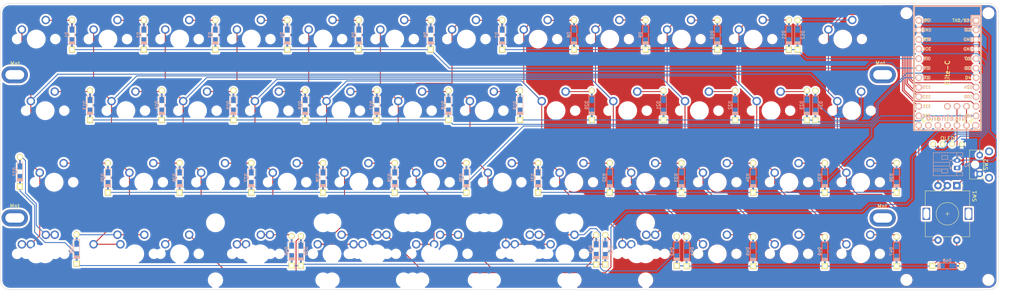
<source format=kicad_pcb>
(kicad_pcb (version 20210722) (generator pcbnew)
  (layers (0 "F.Cu" signal) (31 "B.Cu" signal) (34 "B.Paste" user) (35 "F.Paste" user) (36 "B.SilkS" user "B.Silkscreen") (37 "F.SilkS" user "F.Silkscreen") (38 "B.Mask" user) (39 "F.Mask" user) (44 "Edge.Cuts" user))
  (net 0 "")
  (net 1 "Net-(D1-Pad2)")
  (net 2 "row0")
  (net 3 "Net-(D2-Pad2)")
  (net 4 "Net-(D3-Pad2)")
  (net 5 "Net-(D4-Pad2)")
  (net 6 "Net-(D5-Pad2)")
  (net 7 "Net-(D6-Pad2)")
  (net 8 "Net-(D7-Pad2)")
  (net 9 "Net-(J2-Pad1)")
  (net 10 "Net-(D8-Pad2)")
  (net 11 "Net-(D9-Pad2)")
  (net 12 "Net-(D10-Pad2)")
  (net 13 "Net-(D11-Pad2)")
  (net 14 "Net-(D12-Pad2)")
  (net 15 "Net-(D13-Pad2)")
  (net 16 "row1")
  (net 17 "Net-(D14-Pad2)")
  (net 18 "Net-(D15-Pad2)")
  (net 19 "Net-(D16-Pad2)")
  (net 20 "Net-(D17-Pad2)")
  (net 21 "Net-(D18-Pad2)")
  (net 22 "Net-(D19-Pad2)")
  (net 23 "row5")
  (net 24 "Net-(D20-Pad2)")
  (net 25 "Net-(D21-Pad2)")
  (net 26 "Net-(D22-Pad2)")
  (net 27 "Net-(D23-Pad2)")
  (net 28 "Net-(D24-Pad2)")
  (net 29 "Net-(D25-Pad2)")
  (net 30 "row2")
  (net 31 "Net-(D26-Pad2)")
  (net 32 "Net-(D27-Pad2)")
  (net 33 "Net-(D28-Pad2)")
  (net 34 "Net-(D29-Pad2)")
  (net 35 "Net-(D30-Pad2)")
  (net 36 "Net-(D31-Pad2)")
  (net 37 "row6")
  (net 38 "Net-(D32-Pad2)")
  (net 39 "Net-(D33-Pad2)")
  (net 40 "Net-(D34-Pad2)")
  (net 41 "Net-(D35-Pad2)")
  (net 42 "Net-(D36-Pad2)")
  (net 43 "Net-(D37-Pad2)")
  (net 44 "row3")
  (net 45 "Net-(D38-Pad2)")
  (net 46 "Net-(D39-Pad2)")
  (net 47 "Net-(D40-Pad2)")
  (net 48 "Net-(D41-Pad2)")
  (net 49 "Net-(D42-Pad2)")
  (net 50 "Net-(D43-Pad2)")
  (net 51 "Net-(D44-Pad2)")
  (net 52 "Net-(D45-Pad2)")
  (net 53 "Net-(D46-Pad2)")
  (net 54 "Net-(D47-Pad2)")
  (net 55 "Net-(D48-Pad2)")
  (net 56 "SDA")
  (net 57 "SCL")
  (net 58 "VCC")
  (net 59 "GND")
  (net 60 "col0")
  (net 61 "col1")
  (net 62 "col2")
  (net 63 "col3")
  (net 64 "col4")
  (net 65 "col5")
  (net 66 "RST")
  (net 69 "row7")
  (net 70 "row4")
  (net 74 "rot1")
  (net 75 "rot0")
  (footprint "Keebio:Diode-Hybrid-Back" (layer "F.Cu") (at 129.3 68.4 -90)
    (fp_text reference "D6")
    (fp_text value "D" hide)
  )
  (footprint "kbd:OLED_v2" (layer "F.Cu") (at 266.6125 97.5)
    (fp_text reference "J1")
    (fp_text value "SSD1306_OLED" hide)
  )
  (footprint "mx footprints:MXOnly-1U-NoLED" (layer "F.Cu") (at 176.9 69.5)
    (fp_text reference "K9")
    (fp_text value "KEYSW")
  )
  (footprint "Keebio:Diode-Hybrid-Back" (layer "F.Cu") (at 94.825 125.9 -90)
    (fp_text reference "D39")
    (fp_text value "D" hide)
  )
  (footprint "Keebio:Diode-Hybrid-Back" (layer "F.Cu") (at 186.4 68.4 -90)
    (fp_text reference "D9")
    (fp_text value "D" hide)
  )
  (footprint "mx footprints:MXOnly-2U-ReversedStabilizers-NoLED" (layer "F.Cu") (at 153.1 126.65)
    (fp_text reference "v3 right space")
    (fp_text value "2U")
  )
  (footprint "mx footprints:MXOnly-2.25U-ReversedStabilizers-NoLED" (layer "F.Cu") (at 112.625 126.65)
    (fp_text reference "v2 left space")
    (fp_text value "2.25U")
  )
  (footprint "Keebio:Diode-Hybrid-Back" (layer "F.Cu") (at 234.05 106.4 -90)
    (fp_text reference "D35")
    (fp_text value "D" hide)
  )
  (footprint "Keebio:Diode-Hybrid-Back" (layer "F.Cu") (at 172.125 87.125 -90)
    (fp_text reference "D20")
    (fp_text value "D" hide)
  )
  (footprint "mx footprints:MXOnly-1.25U-NoLED" (layer "F.Cu") (at 50.675 126.65)
    (fp_text reference "v4 1.25u-2")
    (fp_text value "1.25U")
  )
  (footprint "Keebio:Diode-Hybrid-Back" (layer "F.Cu") (at 34 68.4 -90)
    (fp_text reference "D1")
    (fp_text value "D" hide)
  )
  (footprint "mx footprints:MXOnly-1U-NoLED" (layer "F.Cu") (at 110.225 107.6)
    (fp_text reference "K29")
    (fp_text value "KEYSW")
  )
  (footprint "mx footprints:MXOnly-1U-NoLED" (layer "F.Cu") (at 43.55 126.65)
    (fp_text reference "K38")
    (fp_text value "KEYSW")
  )
  (footprint "mx footprints:MXOnly-1.25U-NoLED" (layer "F.Cu") (at 164.975 126.65)
    (fp_text reference "K43")
    (fp_text value "KEYSW")
  )
  (footprint "MountingHole:MountingHole_2.2mm_M2" (layer "F.Cu") (at 255.725 133.6)
    (fp_text reference "Acryl Mnt" hide)
    (fp_text value "MountingHole_2.2mm_M2")
  )
  (footprint "mx footprints:MXOnly-1U-NoLED" (layer "F.Cu") (at 195.95 69.5)
    (fp_text reference "K10")
    (fp_text value "KEYSW")
  )
  (footprint "Keebio:Diode-Hybrid-Back" (layer "F.Cu") (at 157.85 106.4 -90)
    (fp_text reference "D31")
    (fp_text value "D" hide)
  )
  (footprint "Keebio:Diode-Hybrid-Back" (layer "F.Cu") (at 81.65 106.4 -90)
    (fp_text reference "D27")
    (fp_text value "D" hide)
  )
  (footprint "mx footprints:MXOnly-1.25U-NoLED" (layer "F.Cu") (at 26.875 126.65)
    (fp_text reference "v4 1.25-1")
    (fp_text value "1.25U")
  )
  (footprint "Keebio:Diode-Hybrid-Back" (layer "F.Cu") (at 205.475 68.4 -90)
    (fp_text reference "D10")
    (fp_text value "D" hide)
  )
  (footprint "Keebio:Diode-Hybrid-Back" (layer "F.Cu") (at 224.5 68.4 -90)
    (fp_text reference "D11")
    (fp_text value "D" hide)
  )
  (footprint "mx footprints:MXOnly-1U-NoLED" (layer "F.Cu") (at 186.425 126.65)
    (fp_text reference "K44")
    (fp_text value "KEYSW")
  )
  (footprint "Keyboard Parts:PKRH" (layer "F.Cu") (at 249.3 117.2)
    (fp_text reference "Mnt")
    (fp_text value "PKRH")
  )
  (footprint "Keebio:Diode-Hybrid-Back" (layer "F.Cu") (at 175.7 125.55 -90)
    (fp_text reference "D41")
    (fp_text value "D" hide)
  )
  (footprint "mx footprints:MXOnly-2U-ReversedStabilizers-NoLED" (layer "F.Cu") (at 134.025 126.65)
    (fp_text reference "K42")
    (fp_text value "KEYSW")
  )
  (footprint "Keebio:Diode-Hybrid-Back" (layer "F.Cu") (at 215 106.4 -90)
    (fp_text reference "D34")
    (fp_text value "D" hide)
  )
  (footprint "Keebio:Diode-Hybrid-Back" (layer "F.Cu") (at 231.525 87.175 -90)
    (fp_text reference "D24")
    (fp_text value "D" hide)
  )
  (footprint "mx footprints:MXOnly-1U-NoLED" (layer "F.Cu") (at 91.175 107.6)
    (fp_text reference "K28")
    (fp_text value "KEYSW")
  )
  (footprint "mx footprints:MXOnly-1U-NoLED" (layer "F.Cu") (at 148.325 107.6)
    (fp_text reference "K31")
    (fp_text value "KEYSW")
  )
  (footprint "Keebio:Diode-Hybrid-Back" (layer "F.Cu") (at 119.75 106.4 -90)
    (fp_text reference "D29")
    (fp_text value "D" hide)
  )
  (footprint "mx footprints:MXOnly-1U-NoLED" (layer "F.Cu") (at 143.55 88.55)
    (fp_text reference "K19")
    (fp_text value "KEYSW")
  )
  (footprint "Keebio:Diode-Hybrid-Back" (layer "F.Cu") (at 215 126.025 -90)
    (fp_text reference "D45")
    (fp_text value "D" hide)
  )
  (footprint "mx footprints:MXOnly-1U-NoLED" (layer "F.Cu") (at 43.55 69.5)
    (fp_text reference "K2")
    (fp_text value "KEYSW")
  )
  (footprint "mx footprints:MXOnly-1U-NoLED" (layer "F.Cu") (at 62.6 126.65)
    (fp_text reference "K39")
    (fp_text value "KEYSW")
  )
  (footprint "mx footprints:MXOnly-1U-NoLED" (layer "F.Cu") (at 24.5 126.675)
    (fp_text reference "K37")
    (fp_text value "KEYSW")
  )
  (footprint "Keebio:Diode-Hybrid-Back" (layer "F.Cu") (at 153.075 87.125 -90)
    (fp_text reference "D19")
    (fp_text value "D" hide)
  )
  (footprint "Keebio:Diode-Hybrid-Back" (layer "F.Cu") (at 167.4 68.4 -90)
    (fp_text reference "D8")
    (fp_text value "D" hide)
  )
  (footprint "mx footprints:MXOnly-1U-NoLED" (layer "F.Cu") (at 243.575 126.65)
    (fp_text reference "K47")
    (fp_text value "KEYSW")
  )
  (footprint "mx footprints:MXOnly-1U-NoLED" (layer "F.Cu") (at 200.7 88.55)
    (fp_text reference "K22")
    (fp_text value "KEYSW")
  )
  (footprint "Keebio:Diode-Hybrid-Back" (layer "F.Cu") (at 57.85 87.125 -90)
    (fp_text reference "D14")
    (fp_text value "D" hide)
  )
  (footprint "Keebio:Diode-Hybrid-Back" (layer "F.Cu") (at 210.225 87.125 -90)
    (fp_text reference "D22")
    (fp_text value "D" hide)
  )
  (footprint "Keebio:Diode-Hybrid-Back" (layer "F.Cu") (at 91.2 68.4 -90)
    (fp_text reference "D4")
    (fp_text value "D" hide)
  )
  (footprint "Keebio:RotaryEncoder_Alps_EC11E-Switch_Vertical_H20mm" (layer "F.Cu") (at 266.6125 116 -90)
    (fp_text reference "SW1")
    (fp_text value "RotaryEncoder_Switch")
  )
  (footprint "mx footprints:MXOnly-1.25U-NoLED" (layer "F.Cu") (at 84.05 126.65)
    (fp_text reference "v3 Lower")
    (fp_text value "1.25U")
  )
  (footprint "mx footprints:MXOnly-2U-ReversedStabilizers-NoLED" (layer "F.Cu") (at 115 126.65)
    (fp_text reference "v3 left space")
    (fp_text value "2U")
  )
  (footprint "mx footprints:MXOnly-1U-NoLED" (layer "F.Cu") (at 48.325 88.55)
    (fp_text reference "K14")
    (fp_text value "KEYSW")
  )
  (footprint "mx footprints:MXOnly-1U-NoLED" (layer "F.Cu") (at 24.5 69.5)
    (fp_text reference "K1")
    (fp_text value "KEYSW")
  )
  (footprint "mx footprints:MXOnly-1U-NoLED" (layer "F.Cu") (at 67.35 88.55)
    (fp_text reference "K15")
    (fp_text value "KEYSW")
  )
  (footprint "mx footprints:MXOnly-1U-NoLED" (layer "F.Cu") (at 243.575 107.6)
    (fp_text reference "K36")
    (fp_text value "KEYSW")
  )
  (footprint "mx footprints:MXOnly-1.5U-NoLED" (layer "F.Cu") (at 238.8 69.5)
    (fp_text reference "K12")
    (fp_text value "KEYSW")
  )
  (footprint "mx footprints:MXOnly-1U-NoLED" (layer "F.Cu") (at 124.5 88.55)
    (fp_text reference "K18")
    (fp_text value "KEYSW")
  )
  (footprint "mx footprints:MXOnly-1U-NoLED" (layer "F.Cu") (at 215 69.5)
    (fp_text reference "K11")
    (fp_text value "KEYSW")
  )
  (footprint "Keebio:Diode-Hybrid-Back" (layer "F.Cu") (at 176.9 106.4 -90)
    (fp_text reference "D32")
    (fp_text value "D" hide)
  )
  (footprint "Keebio:Diode-Hybrid-Back" (layer "F.Cu") (at 53.1 68.4 -90)
    (fp_text reference "D2")
    (fp_text value "D" hide)
  )
  (footprint "Keebio:Diode-Hybrid-Back" (layer "F.Cu") (at 62.6 106.4 -90)
    (fp_text reference "D26")
    (fp_text value "D" hide)
  )
  (footprint "mx footprints:MXOnly-1U-NoLED" (layer "F.Cu") (at 100.7 69.5)
    (fp_text reference "K5")
    (fp_text value "KEYSW")
  )
  (footprint "Keyboard Parts:PKRH" (layer "F.Cu") (at 248.8 79)
    (fp_text reference "Mnt")
    (fp_text value "PKRH")
  )
  (footprint "mx footprints:MXOnly-1U-NoLED" (layer "F.Cu") (at 205.475 126.65)
    (fp_text reference "K45")
    (fp_text value "KEYSW")
  )
  (footprint "Keebio:Diode-Hybrid-Back" (layer "F.Cu") (at 43.55 106.4 -90)
    (fp_text reference "D25")
    (fp_text value "D" hide)
  )
  (footprint "mx footprints:MXOnly-1U-NoLED" (layer "F.Cu") (at 157.85 69.5)
    (fp_text reference "K8")
    (fp_text value "KEYSW")
  )
  (footprint "MountingHole:MountingHole_2.2mm_M2" (layer "F.Cu") (at 277.5 62.6)
    (fp_text reference "Acryl Mnt" hide)
    (fp_text value "MountingHole_2.2mm_M2")
  )
  (footprint "mx footprints:MXOnly-1.25U-NoLED" (layer "F.Cu") (at 184.05 126.65)
    (fp_text reference "v3 raise")
    (fp_text value "1.25U")
  )
  (footprint "mx footprints:MXOnly-1U-NoLED" (layer "F.Cu") (at 129.275 107.6)
    (fp_text reference "K30")
    (fp_text value "KEYSW")
  )
  (footprint "mx footprints:MXOnly-1U-NoLED" (layer "F.Cu") (at 167.375 107.6)
    (fp_text reference "K32")
    (fp_text value "KEYSW")
  )
  (footprint "mx footprints:MXOnly-7U-ReversedStabilizers-NoLED" (layer "F.Cu") (at 129.275 126.65)
    (fp_text reference "v4 space")
    (fp_text value "7U")
  )
  (footprint "mx footprints:MXOnly-1U-NoLED" (layer "F.Cu") (at 224.525 126.65)
    (fp_text reference "K46")
    (fp_text value "KEYSW")
  )
  (footprint "mx footprints:MXOnly-1U-NoLED" (layer "F.Cu") (at 81.65 69.5)
    (fp_text reference "K4")
    (fp_text value "KEYSW")
  )
  (footprint "Keebio:Diode-Hybrid-Back" (layer "F.Cu") (at 110.2 68.4 -90)
    (fp_text reference "D5")
    (fp_text value "D" hide)
  )
  (footprint "Keebio:Diode-Hybrid-Back" (layer "F.Cu") (at 234.05 126.025 -90)
    (fp_text reference "D46")
    (fp_text value "D" hide)
  )
  (footprint "MountingHole:MountingHole_2.2mm_M2" (layer "F.Cu") (at 277.5 133.6)
    (fp_text reference "Acyl Mnt" hide)
    (fp_text value "MountingHole_2.2mm_M2")
  )
  (footprint "mx footprints:MXOnly-1U-NoLED" (layer "F.Cu") (at 81.65 126.65)
    (fp_text reference "K40")
    (fp_text value "KEYSW")
  )
  (footprint "Keebio:Diode-Hybrid-Back" (layer "F.Cu") (at 226.775 68.4 -90)
    (fp_text reference "D12")
    (fp_text value "D" hide)
  )
  (footprint "mx footprints:MXOnly-1U-NoLED" (layer "F.Cu") (at 105.45 88.55)
    (fp_text reference "K17")
    (fp_text value "KEYSW")
  )
  (footprint "mx footprints:MXOnly-1U-NoLED" (layer "F.Cu") (at 62.6 69.5)
    (fp_text reference "K3")
    (fp_text value "KEYSW")
  )
  (footprint "mx footprints:MXOnly-1U-NoLED" (layer "F.Cu") (at 181.65 88.55)
    (fp_text reference "K21")
    (fp_text value "KEYSW")
  )
  (footprint "mx footprints:MXOnly-1U-NoLED" (layer "F.Cu") (at 162.625 88.55)
    (fp_text reference "K20")
    (fp_text value "KEYSW")
  )
  (footprint "mx footprints:MXOnly-1U-NoLED" (layer "F.Cu") (at 86.425 88.55)
    (fp_text reference "K16")
    (fp_text value "KEYSW")
  )
  (footprint "mx footprints:MXOnly-1U-NoLED" (layer "F.Cu") (at 72.125 107.6)
    (fp_text reference "K27")
    (fp_text value "KEYSW")
  )
  (footprint "Keebio:Diode-Hybrid-Back" (layer "F.Cu") (at 195.95 106.4 -90)
    (fp_text reference "D33")
    (fp_text value "D" hide)
  )
  (footprint "mx footprints:MXOnly-1U-NoLED" (layer "F.Cu") (at 205.475 107.6)
    (fp_text reference "K34")
    (fp_text value "KEYSW")
  )
  (footprint "Keebio:Diode-Hybrid-Back" (layer "F.Cu") (at 100.7 106.4 -90)
    (fp_text reference "D28")
    (fp_text value "D" hide)
  )
  (footprint "Keebio:Diode-Hybrid-Back" (layer "F.Cu") (at 76.9 87.125 -90)
    (fp_text reference "D15")
    (fp_text value "D" hide)
  )
  (footprint "mx footprints:MXOnly-1U-NoLED" (layer "F.Cu") (at 53.075 107.6)
    (fp_text reference "K26")
    (fp_text value "KEYSW")
  )
  (footprint "Keebio:Diode-Hybrid-Back" (layer "F.Cu") (at 148.3 68.4 -90)
    (fp_text reference "D7")
    (fp_text value "D" hide)
  )
  (footprint "Keebio:Diode-Hybrid-Back" (layer "F.Cu") (at 20.175 104.8 -90)
    (fp_text reference "D37")
    (fp_text value "D" hide)
  )
  (footprint "mx footprints:MXOnly-1U-NoLED" (layer "F.Cu") (at 138.8 69.5)
    (fp_text reference "K7")
    (fp_text value "KEYSW")
  )
  (footprint "Keebio:Diode-Hybrid-Back" (layer "F.Cu") (at 95.95 87.125 -90)
    (fp_text reference "D16")
    (fp_text value "D" hide)
  )
  (footprint "mx footprints:MXOnly-1U-NoLED" (layer "F.Cu") (at 186.425 107.6)
    (fp_text reference "K33")
    (fp_text value "KEYSW")
  )
  (footprint "Keyboard Parts:PKRH" (layer "F.Cu") (at 18.8 117.1)
    (fp_text reference "Mnt")
    (fp_text value "PKRH")
  )
  (footprint "Keebio:Diode-Hybrid-Back" (layer "F.Cu") (at 115 87.125 -90)
    (fp_text reference "D17")
    (fp_text value "D" hide)
  )
  (footprint "Keebio:Diode-Hybrid-Back" (layer "F.Cu") (at 35.25 125.375 -90)
    (fp_text reference "D38")
    (fp_text value "D" hide)
  )
  (footprint "mx footprints:MXOnly-1U-NoLED" (layer "F.Cu") (at 224.525 107.6)
    (fp_text reference "K35")
    (fp_text value "KEYSW")
  )
  (footprint "mx footprints:MXOnly-1.25U-NoLED" (layer "F.Cu") (at 241.175 88.55)
    (fp_text reference "K24")
    (fp_text value "KEYSW")
  )
  (footprint "Keebio:Diode-Hybrid-Back" (layer "F.Cu") (at 253.1 126.025 -90)
    (fp_text reference "D47")
    (fp_text value "D" hide)
  )
  (footprint "mx footprints:MXOnly-1U-NoLED" (layer "F.Cu") (at 119.75 69.5)
    (fp_text reference "K6")
    (fp_text value "KEYSW")
  )
  (footprint "Keebio:Diode-Hybrid-Back" (layer "F.Cu") (at 229.275 87.125 -90)
    (fp_text reference "D23")
    (fp_text value "D" hide)
  )
  (footprint "mx footprints:MXOnly-1.25U-NoLED" (layer "F.Cu") (at 26.875 88.55)
    (fp_text reference "K13")
    (fp_text value "KEYSW")
  )
  (footprint "Keebio:Diode-Hybrid-Back" (layer "F.Cu") (at 197.3 126.025 -90)
    (fp_text reference "D44")
    (fp_text value "D" hide)
  )
  (footprint "Keebio:Diode-Hybrid-Back" (layer "F.Cu") (at 266.525 129.875 180)
    (fp_text reference "D48")
    (fp_text value "D" hide)
  )
  (footprint "Keebio:Diode-Hybrid-Back" (layer "F.Cu") (at 92.375 125.875 -90)
    (fp_text reference "D40")
    (fp_text value "D" hide)
  )
  (footprint "Keebio:Diode-Hybrid-Back" (layer "F.Cu") (at 134.025 87.125 -90)
    (fp_text reference "D18")
    (fp_text value "D" hide)
  )
  (footprint "Keyboard Parts:PKRH" (layer "F.Cu") (at 18.9 79.1)
    (fp_text reference "Mnt")
    (fp_text value "PKRH")
  )
  (footprint "Keebio:Diode-Hybrid-Back" (layer "F.Cu") (at 38.8 87.125 -90)
    (fp_text reference "D13")
    (fp_text value "D" hide)
  )
  (footprint "mx footprints:MXOnly-1U-NoLED" (layer "F.Cu") (at 219.75 88.55)
    (fp_text reference "K23")
    (fp_text value "KEYSW")
  )
  (footprint "mx footprints:MXOnly-1.5U-NoLED" (layer "F.Cu") (at 29.25 107.6)
    (fp_text reference "K25")
    (fp_text value "KEYSW")
  )
  (footprint "Keebio:Diode-Hybrid-Back" (layer "F.Cu") (at 253.1 106.4 -90)
    (fp_text reference "D36")
    (fp_text value "D" hide)
  )
  (footprint "Keebio:Diode-Hybrid-Back" (layer "F.Cu") (at 194.7 125.95 -90)
    (fp_text reference "D43")
    (fp_text value "D" hide)
  )
  (footprint "MountingHole:MountingHole_2.2mm_M2" (layer "F.Cu") (at 255.725 62.6)
    (fp_text reference "Acryl Mnt" hide)
    (fp_text value "MountingHole_2.2mm_M2")
  )
  (footprint "Keebio:Diode-Hybrid-Back" (layer "F.Cu") (at 138.8 106.4 -90)
    (fp_text reference "D30")
    (fp_text value "D" hide)
  )
  (footprint "mx footprints:MXOnly-2.25U-ReversedStabilizers-NoLED" (layer "F.Cu") (at 155.475 126.64945)
    (fp_text reference "v2 right space")
    (fp_text value "2.25U")
  )
  (footprint "Keebio:Diode-Hybrid-Back" (layer "F.Cu") (at 72.1 68.4 -90)
    (fp_text reference "D3")
    (fp_text value "D" hide)
  )
  (footprint "Keebio:Diode-Hybrid-Back" (layer "F.Cu") (at 191.175 87.125 -90)
    (fp_text reference "D21")
    (fp_text value "D" hide)
  )
  (footprint "mx footprints:MXOnly-1.25U-NoLED" (layer "F.Cu") (at 103.1 126.65)
    (fp_text reference "K41")
    (fp_text value "KEYSW")
  )
  (footprint "Keebio:Diode-Hybrid-Back" (layer "F.Cu") (at 173.3 125.525 -90)
    (fp_text reference "D42")
    (fp_text value "D" hide)
  )
  (footprint "Keebio:SW_Tactile_SPST_Angled_MJTP1117" (layer "F.Cu") (at 275.1875 105.4 90)
    (fp_text reference "SW2")
    (fp_text value "SW_Push")
  )
  (footprint "nice!nano:nice_nano" (layer "B.Cu") (at 266.6125 78.5 -90)
    (fp_text reference "U2" hide)
    (fp_text value "nice!nano" hide)
  )
  (footprint "Keebio:Elite-C" (layer "B.Cu") (at 266.6125 78.5 -90)
    (fp_text reference "U1" hide)
    (fp_text value "Elite-C")
  )
  (footprint "Connector_JST:JST_PH_S2B-PH-K_1x02_P2.00mm_Horizontal" (layer "B.Cu") (at 269.2 103.8 90)
    (fp_text reference "J2")
    (fp_text value "JST")
  )
  (gr_line (start 280.125 133.7) (end 280.125 62.5) (layer "Edge.Cuts") (width 0.1))
  (gr_line (start 277.625 136.2) (end 17.5 136.2) (layer "Edge.Cuts") (width 0.1))
  (gr_arc (start 277.625 62.5) (end 277.625 60) (angle 90) (layer "Edge.Cuts") (width 0.1))
  (gr_line (start 15 133.7) (end 15 62.5) (layer "Edge.Cuts") (width 0.1))
  (gr_arc (start 277.625 133.7) (end 277.625 136.2) (angle -90) (layer "Edge.Cuts") (width 0.1))
  (gr_arc (start 17.5 133.7) (end 15 133.7) (angle -90) (layer "Edge.Cuts") (width 0.1))
  (gr_arc (start 17.5 62.5) (end 17.5 60) (angle -90) (layer "Edge.Cuts") (width 0.1))
  (gr_line (start 17.5 60) (end 277.625 60) (layer "Edge.Cuts") (width 0.1))
  (gr_text "+" (at 267.5 103.75) (layer "B.SilkS") (effects (font (size 1 1))))
  (gr_text "-" (at 267.5 101.7) (layer "B.SilkS") (effects (font (size 1 1))))
  (segment (start 34 64.5) (end 27.12 64.5) (width 0.25) (layer "F.Cu") (net 1))
  (segment (start 27.12 64.5) (end 27.04 64.42) (width 0.25) (layer "F.Cu") (net 1))
  (segment (start 258.9925 77.23) (end 253.23 77.23) (width 0.25) (layer "B.Cu") (net 2))
  (segment (start 72.1 72.3) (end 91.2 72.3) (width 0.25) (layer "B.Cu") (net 2))
  (segment (start 34 72.3) (end 53.1 72.3) (width 0.25) (layer "B.Cu") (net 2))
  (segment (start 251.775 75.775) (end 246.425 75.775) (width 0.25) (layer "B.Cu") (net 2))
  (segment (start 244.97 77.23) (end 134.23 77.23) (width 0.25) (layer "B.Cu") (net 2))
  (segment (start 110.2 72.3) (end 129.3 72.3) (width 0.25) (layer "B.Cu") (net 2))
  (segment (start 91.2 72.3) (end 110.2 72.3) (width 0.25) (layer "B.Cu") (net 2))
  (segment (start 253.23 77.23) (end 251.775 75.775) (width 0.25) (layer "B.Cu") (net 2))
  (segment (start 246.425 75.775) (end 244.97 77.23) (width 0.25) (layer "B.Cu") (net 2))
  (segment (start 53.1 72.3) (end 72.1 72.3) (width 0.25) (layer "B.Cu") (net 2))
  (segment (start 134.23 77.23) (end 129.3 72.3) (width 0.25) (layer "B.Cu") (net 2))
  (segment (start 53.1 64.5) (end 46.17 64.5) (width 0.25) (layer "F.Cu") (net 3))
  (segment (start 46.17 64.5) (end 46.09 64.42) (width 0.25) (layer "F.Cu") (net 3))
  (segment (start 72.1 64.5) (end 65.22 64.5) (width 0.25) (layer "F.Cu") (net 4))
  (segment (start 65.22 64.5) (end 65.14 64.42) (width 0.25) (layer "F.Cu") (net 4))
  (segment (start 84.27 64.5) (end 84.19 64.42) (width 0.25) (layer "F.Cu") (net 5))
  (segment (start 91.2 64.5) (end 84.27 64.5) (width 0.25) (layer "F.Cu") (net 5))
  (segment (start 103.32 64.5) (end 103.24 64.42) (width 0.25) (layer "F.Cu") (net 6))
  (segment (start 110.2 64.5) (end 103.32 64.5) (width 0.25) (layer "F.Cu") (net 6))
  (segment (start 122.37 64.5) (end 122.29 64.42) (width 0.25) (layer "F.Cu") (net 7))
  (segment (start 129.3 64.5) (end 122.37 64.5) (width 0.25) (layer "F.Cu") (net 7))
  (segment (start 141.42 64.5) (end 141.34 64.42) (width 0.25) (layer "F.Cu") (net 8))
  (segment (start 148.3 64.5) (end 141.42 64.5) (width 0.25) (layer "F.Cu") (net 8))
  (segment (start 271.3 101.7) (end 278.6 101.7) (width 0.25) (layer "B.Cu") (net 9))
  (segment (start 260.2625 65.8) (end 258.9925 64.53) (width 0.25) (layer "B.Cu") (net 9))
  (segment (start 277.67308 68.812376) (end 274.660704 65.8) (width 0.25) (layer "B.Cu") (net 9))
  (segment (start 279.6 96.12692) (end 277.67308 94.2) (width 0.25) (layer "B.Cu") (net 9))
  (segment (start 278.6 101.7) (end 279.6 100.7) (width 0.25) (layer "B.Cu") (net 9))
  (segment (start 274.660704 65.8) (end 260.2625 65.8) (width 0.25) (layer "B.Cu") (net 9))
  (segment (start 279.6 100.7) (end 279.6 96.12692) (width 0.25) (layer "B.Cu") (net 9))
  (segment (start 277.67308 94.2) (end 277.67308 68.812376) (width 0.25) (layer "B.Cu") (net 9))
  (segment (start 269.2 103.8) (end 271.3 101.7) (width 0.25) (layer "B.Cu") (net 9))
  (segment (start 167.4 64.5) (end 160.47 64.5) (width 0.25) (layer "F.Cu") (net 10))
  (segment (start 160.47 64.5) (end 160.39 64.42) (width 0.25) (layer "F.Cu") (net 10))
  (segment (start 186.32 64.42) (end 186.4 64.5) (width 0.25) (layer "F.Cu") (net 11))
  (segment (start 179.44 64.42) (end 186.32 64.42) (width 0.25) (layer "F.Cu") (net 11))
  (segment (start 198.57 64.5) (end 198.49 64.42) (width 0.25) (layer "F.Cu") (net 12))
  (segment (start 205.475 64.5) (end 198.57 64.5) (width 0.25) (layer "F.Cu") (net 12))
  (segment (start 217.54 64.42) (end 224.42 64.42) (width 0.25) (layer "F.Cu") (net 13))
  (segment (start 224.42 64.42) (end 224.5 64.5) (width 0.25) (layer "F.Cu") (net 13))
  (segment (start 241.365 64.42) (end 226.855 64.42) (width 0.25) (layer "B.Cu") (net 14))
  (segment (start 226.855 64.42) (end 226.775 64.5) (width 0.25) (layer "B.Cu") (net 14))
  (segment (start 29.415 83.47) (end 38.555 83.47) (width 0.25) (layer "F.Cu") (net 15))
  (segment (start 38.555 83.47) (end 38.8 83.225) (width 0.25) (layer "F.Cu") (net 15))
  (segment (start 95.95 91.025) (end 115 91.025) (width 0.25) (layer "B.Cu") (net 16))
  (segment (start 115 91.025) (end 134.025 91.025) (width 0.25) (layer "B.Cu") (net 16))
  (segment (start 76.9 91.025) (end 95.95 91.025) (width 0.25) (layer "B.Cu") (net 16))
  (segment (start 57.85 91.025) (end 76.9 91.025) (width 0.25) (layer "B.Cu") (net 16))
  (segment (start 248.15 86.860718) (end 248.15 90.110718) (width 0.25) (layer "B.Cu") (net 16))
  (segment (start 258.9925 79.77) (end 255.240718 79.77) (width 0.25) (layer "B.Cu") (net 16))
  (segment (start 135.199511 92.199511) (end 134.025 91.025) (width 0.25) (layer "B.Cu") (net 16))
  (segment (start 38.8 91.025) (end 57.85 91.025) (width 0.25) (layer "B.Cu") (net 16))
  (segment (start 246.061206 92.199511) (end 135.199511 92.199511) (width 0.25) (layer "B.Cu") (net 16))
  (segment (start 255.240718 79.77) (end 248.15 86.860718) (width 0.25) (layer "B.Cu") (net 16))
  (segment (start 248.15 90.110718) (end 246.061206 92.199511) (width 0.25) (layer "B.Cu") (net 16))
  (segment (start 50.865 83.47) (end 57.605 83.47) (width 0.25) (layer "F.Cu") (net 17))
  (segment (start 57.605 83.47) (end 57.85 83.225) (width 0.25) (layer "F.Cu") (net 17))
  (segment (start 76.655 83.47) (end 76.9 83.225) (width 0.25) (layer "F.Cu") (net 18))
  (segment (start 69.89 83.47) (end 76.655 83.47) (width 0.25) (layer "F.Cu") (net 18))
  (segment (start 95.705 83.47) (end 95.95 83.225) (width 0.25) (layer "F.Cu") (net 19))
  (segment (start 88.965 83.47) (end 95.705 83.47) (width 0.25) (layer "F.Cu") (net 19))
  (segment (start 107.99 83.47) (end 114.755 83.47) (width 0.25) (layer "F.Cu") (net 20))
  (segment (start 114.755 83.47) (end 115 83.225) (width 0.25) (layer "F.Cu") (net 20))
  (segment (start 127.04 83.47) (end 133.78 83.47) (width 0.25) (layer "F.Cu") (net 21))
  (segment (start 133.78 83.47) (end 134.025 83.225) (width 0.25) (layer "F.Cu") (net 21))
  (segment (start 146.09 83.47) (end 152.83 83.47) (width 0.25) (layer "F.Cu") (net 22))
  (segment (start 152.83 83.47) (end 153.075 83.225) (width 0.25) (layer "F.Cu") (net 22))
  (segment (start 231.525 91.075) (end 229.325 91.075) (width 0.25) (layer "B.Cu") (net 23))
  (segment (start 210.225 91.025) (end 191.175 91.025) (width 0.25) (layer "B.Cu") (net 23))
  (segment (start 229.325 91.075) (end 229.275 91.025) (width 0.25) (layer "B.Cu") (net 23))
  (segment (start 247.7 86.675) (end 247.7 89.925) (width 0.25) (layer "B.Cu") (net 23))
  (segment (start 172.125 91.025) (end 153.075 91.025) (width 0.25) (layer "B.Cu") (net 23))
  (segment (start 246.07548 91.54952) (end 231.99952 91.54952) (width 0.25) (layer "B.Cu") (net 23))
  (segment (start 247.7 89.925) (end 246.07548 91.54952) (width 0.25) (layer "B.Cu") (net 23))
  (segment (start 274.2325 79.77) (end 273.031689 78.569189) (width 0.25) (layer "B.Cu") (net 23))
  (segment (start 191.175 91.025) (end 172.125 91.025) (width 0.25) (layer "B.Cu") (net 23))
  (segment (start 255.805811 78.569189) (end 247.7 86.675) (width 0.25) (layer "B.Cu") (net 23))
  (segment (start 273.031689 78.569189) (end 255.805811 78.569189) (width 0.25) (layer "B.Cu") (net 23))
  (segment (start 231.99952 91.54952) (end 231.525 91.075) (width 0.25) (layer "B.Cu") (net 23))
  (segment (start 229.275 91.025) (end 210.225 91.025) (width 0.25) (layer "B.Cu") (net 23))
  (segment (start 171.88 83.47) (end 172.125 83.225) (width 0.25) (layer "F.Cu") (net 24))
  (segment (start 165.165 83.47) (end 171.88 83.47) (width 0.25) (layer "F.Cu") (net 24))
  (segment (start 190.93 83.47) (end 191.175 83.225) (width 0.25) (layer "F.Cu") (net 25))
  (segment (start 184.19 83.47) (end 190.93 83.47) (width 0.25) (layer "F.Cu") (net 25))
  (segment (start 209.98 83.47) (end 210.225 83.225) (width 0.25) (layer "F.Cu") (net 26))
  (segment (start 203.24 83.47) (end 209.98 83.47) (width 0.25) (layer "F.Cu") (net 26))
  (segment (start 222.29 83.47) (end 229.03 83.47) (width 0.25) (layer "F.Cu") (net 27))
  (segment (start 229.03 83.47) (end 229.275 83.225) (width 0.25) (layer "F.Cu") (net 27))
  (segment (start 236.6 91.1) (end 231.525 86.025) (width 0.25) (layer "B.Cu") (net 28))
  (segment (start 243.715 89.985) (end 242.6 91.1) (width 0.25) (layer "B.Cu") (net 28))
  (segment (start 243.715 83.47) (end 243.715 89.985) (width 0.25) (layer "B.Cu") (net 28))
  (segment (start 242.6 91.1) (end 236.6 91.1) (width 0.25) (layer "B.Cu") (net 28))
  (segment (start 231.525 86.025) (end 231.525 85.775) (width 0.25) (layer "B.Cu") (net 28))
  (segment (start 31.79 102.52) (end 43.53 102.52) (width 0.25) (layer "F.Cu") (net 29))
  (segment (start 43.53 102.52) (end 43.55 102.5) (width 0.25) (layer "F.Cu") (net 29))
  (segment (start 43.53 102.52) (end 43.55 102.5) (width 0.25) (layer "B.Cu") (net 29))
  (segment (start 248.995 89.93) (end 246.275 92.65) (width 0.25) (layer "B.Cu") (net 30))
  (segment (start 62.6 110.3) (end 81.65 110.3) (width 0.25) (layer "B.Cu") (net 30))
  (segment (start 153.950969 92.649031) (end 138.8 107.8) (width 0.25) (layer "B.Cu") (net 30))
  (segment (start 246.275 92.65) (end 246.274031 92.649031) (width 0.25) (layer "B.Cu") (net 30))
  (segment (start 43.55 110.3) (end 62.6 110.3) (width 0.25) (layer "B.Cu") (net 30))
  (segment (start 258.9925 89.93) (end 248.995 89.93) (width 0.25) (layer "B.Cu") (net 30))
  (segment (start 119.75 110.3) (end 138.8 110.3) (width 0.25) (layer "B.Cu") (net 30))
  (segment (start 246.274031 92.649031) (end 153.950969 92.649031) (width 0.25) (layer "B.Cu") (net 30))
  (segment (start 100.7 110.3) (end 119.75 110.3) (width 0.25) (layer "B.Cu") (net 30))
  (segment (start 81.65 110.3) (end 100.7 110.3) (width 0.25) (layer "B.Cu") (net 30))
  (segment (start 62.58 102.52) (end 62.6 102.5) (width 0.25) (layer "F.Cu") (net 31))
  (segment (start 55.615 102.52) (end 62.58 102.52) (width 0.25) (layer "F.Cu") (net 31))
  (segment (start 74.665 102.52) (end 81.63 102.52) (width 0.25) (layer "F.Cu") (net 32))
  (segment (start 81.63 102.52) (end 81.65 102.5) (width 0.25) (layer "F.Cu") (net 32))
  (segment (start 100.7 102.5) (end 93.735 102.5) (width 0.25) (layer "F.Cu") (net 33))
  (segment (start 93.735 102.5) (end 93.715 102.52) (width 0.25) (layer "F.Cu") (net 33))
  (segment (start 100.695 102.495) (end 100.7 102.5) (width 0.25) (layer "F.Cu") (net 33))
  (segment (start 112.765 102.52) (end 119.73 102.52) (width 0.25) (layer "F.Cu") (net 34))
  (segment (start 119.73 102.52) (end 119.75 102.5) (width 0.25) (layer "F.Cu") (net 34))
  (segment (start 131.815 102.52) (end 138.78 102.52) (width 0.25) (layer "F.Cu") (net 35))
  (segment (start 138.78 102.52) (end 138.8 102.5) (width 0.25) (layer "F.Cu") (net 35))
  (segment (start 150.865 102.52) (end 157.83 102.52) (width 0.25) (layer "F.Cu") (net 36))
  (segment (start 157.83 102.52) (end 157.85 102.5) (width 0.25) (layer "F.Cu") (net 36))
  (segment (start 195.95 110.3) (end 176.9 110.3) (width 0.25) (layer "B.Cu") (net 37))
  (segment (start 176.9 110.3) (end 157.85 110.3) (width 0.25) (layer "B.Cu") (net 37))
  (segment (start 253.1 110.3) (end 234.05 110.3) (width 0.25) (layer "B.Cu") (net 37))
  (segment (start 215 110.3) (end 195.95 110.3) (width 0.25) (layer "B.Cu") (net 37))
  (segment (start 248.291529 91.269189) (end 246.461198 93.09952) (width 0.25) (layer "B.Cu") (net 37))
  (segment (start 246.461198 95.388802) (end 234.05 107.8) (width 0.25) (layer "B.Cu") (net 37))
  (segment (start 246.461198 93.09952) (end 246.461198 95.388802) (width 0.25) (layer "B.Cu") (net 37))
  (segment (start 274.2325 89.93) (end 260.695 89.93) (width 0.25) (layer "B.Cu") (net 37))
  (segment (start 260.695 89.93) (end 259.355811 91.269189) (width 0.25) (layer "B.Cu") (net 37))
  (segment (start 234.05 110.3) (end 215 110.3) (width 0.25) (layer "B.Cu") (net 37))
  (segment (start 259.355811 91.269189) (end 248.291529 91.269189) (width 0.25) (layer "B.Cu") (net 37))
  (segment (start 169.915 102.52) (end 176.88 102.52) (width 0.25) (layer "F.Cu") (net 38))
  (segment (start 176.88 102.52) (end 176.9 102.5) (width 0.25) (layer "F.Cu") (net 38))
  (segment (start 188.965 102.52) (end 195.93 102.52) (width 0.25) (layer "F.Cu") (net 39))
  (segment (start 195.93 102.52) (end 195.95 102.5) (width 0.25) (layer "F.Cu") (net 39))
  (segment (start 214.98 102.52) (end 215 102.5) (width 0.25) (layer "F.Cu") (net 40))
  (segment (start 208.015 102.52) (end 214.98 102.52) (width 0.25) (layer "F.Cu") (net 40))
  (segment (start 227.065 102.52) (end 234.03 102.52) (width 0.25) (layer "F.Cu") (net 41))
  (segment (start 234.03 102.52) (end 234.05 102.5) (width 0.25) (layer "F.Cu") (net 41))
  (segment (start 253.08 102.52) (end 253.1 102.5) (width 0.25) (layer "F.Cu") (net 42))
  (segment (start 246.115 102.52) (end 253.08 102.52) (width 0.25) (layer "F.Cu") (net 42))
  (segment (start 29.39 121.595) (end 29.415 121.57) (width 0.25) (layer "F.Cu") (net 43))
  (segment (start 27.04 121.595) (end 29.39 121.595) (width 0.25) (layer "F.Cu") (net 43))
  (segment (start 21.65 101.875) (end 20.675 100.9) (width 0.25) (layer "B.Cu") (net 43))
  (segment (start 20.675 100.9) (end 20.175 100.9) (width 0.25) (layer "B.Cu") (net 43))
  (segment (start 24.5225 113.3225) (end 21.65 110.45) (width 0.25) (layer "B.Cu") (net 43))
  (segment (start 21.65 110.45) (end 21.65 101.875) (width 0.25) (layer "B.Cu") (net 43))
  (segment (start 24.5225 119.0775) (end 24.5225 113.3225) (width 0.25) (layer "B.Cu") (net 43))
  (segment (start 27.04 121.595) (end 24.5225 119.0775) (width 0.25) (layer "B.Cu") (net 43))
  (segment (start 175.675 129.425) (end 175.7 129.45) (width 0.25) (layer "F.Cu") (net 44))
  (segment (start 274.0039 92.47) (end 274.2325 92.47) (width 0.25) (layer "F.Cu") (net 44))
  (segment (start 173.3 129.425) (end 175.675 129.425) (width 0.25) (layer "F.Cu") (net 44))
  (segment (start 24.07298 113.77298) (end 20.175 109.875) (width 0.25) (layer "B.Cu") (net 44))
  (segment (start 245.9 113.5) (end 255.8 113.5) (width 0.25) (layer "B.Cu") (net 44))
  (segment (start 177.2 125.45) (end 177.2 119.575) (width 0.25) (layer "B.Cu") (net 44))
  (segment (start 243.95 115.45) (end 245.9 113.5) (width 0.25) (layer "B.Cu") (net 44))
  (segment (start 173.3 129.425) (end 95.2 129.425) (width 0.25) (layer "B.Cu") (net 44))
  (segment (start 35.75 129.775) (end 35.25 129.275) (width 0.25) (layer "B.Cu") (net 44))
  (segment (start 92.375 129.775) (end 35.75 129.775) (width 0.25) (layer "B.Cu") (net 44))
  (segment (start 95.2 129.425) (end 94.825 129.8) (width 0.25) (layer "B.Cu") (net 44))
  (segment (start 264.259009 93.990991) (end 272.482909 93.990991) (width 0.25) (layer "B.Cu") (net 44))
  (segment (start 173.325 129.45) (end 173.3 129.425) (width 0.25) (layer "B.Cu") (net 44))
  (segment (start 177.2 119.575) (end 181.325 115.45) (width 0.25) (layer "B.Cu") (net 44))
  (segment (start 257.275 100.975) (end 264.259009 93.990991) (width 0.25) (layer "B.Cu") (net 44))
  (segment (start 32.125 123.65) (end 26.875 123.65) (width 0.25) (layer "B.Cu") (net 44))
  (segment (start 181.325 115.45) (end 243.95 115.45) (width 0.25) (layer "B.Cu") (net 44))
  (segment (start 94.825 129.8) (end 92.4 129.8) (width 0.25) (layer "B.Cu") (net 44))
  (segment (start 26.875 123.65) (end 24.07298 120.84798) (width 0.25) (layer "B.Cu") (net 44))
  (segment (start 20.175 109.875) (end 20.175 108.7) (width 0.25) (layer "B.Cu") (net 44))
  (segment (start 35.25 126.775) (end 32.125 123.65) (width 0.25) (layer "B.Cu") (net 44))
  (segment (start 272.482909 93.990991) (end 274.0039 92.47) (width 0.25) (layer "B.Cu") (net 44))
  (segment (start 24.07298 120.84798) (end 24.07298 113.77298) (width 0.25) (layer "B.Cu") (net 44))
  (segment (start 255.8 113.5) (end 257.275 112.025) (width 0.25) (layer "B.Cu") (net 44))
  (segment (start 175.7 126.95) (end 177.2 125.45) (width 0.25) (layer "B.Cu") (net 44))
  (segment (start 92.4 129.8) (end 92.375 129.775) (width 0.25) (layer "B.Cu") (net 44))
  (segment (start 257.275 112.025) (end 257.275 100.975) (width 0.25) (layer "B.Cu") (net 44))
  (segment (start 53.215 121.57) (end 46.09 121.57) (width 0.25) (layer "F.Cu") (net 45))
  (segment (start 46.09 121.57) (end 35.345 121.57) (width 0.25) (layer "B.Cu") (net 45))
  (segment (start 35.345 121.57) (end 35.25 121.475) (width 0.25) (layer "B.Cu") (net 45))
  (segment (start 76.245 132.675) (end 65.14 121.57) (width 0.25) (layer "F.Cu") (net 46))
  (segment (start 91.925 132.675) (end 76.245 132.675) (width 0.25) (layer "F.Cu") (net 46))
  (segment (start 93.55 131.05) (end 91.925 132.675) (width 0.25) (layer "F.Cu") (net 46))
  (segment (start 94.825 122) (end 93.55 123.275) (width 0.25) (layer "F.Cu") (net 46))
  (segment (start 93.55 123.275) (end 93.55 131.05) (width 0.25) (layer "F.Cu") (net 46))
  (segment (start 86.59 121.57) (end 91.995 121.57) (width 0.25) (layer "F.Cu") (net 47))
  (segment (start 91.995 121.57) (end 92.4 121.975) (width 0.25) (layer "F.Cu") (net 47))
  (segment (start 86.59 121.57) (end 84.19 121.57) (width 0.25) (layer "F.Cu") (net 47))
  (segment (start 177.2 123.15) (end 177.2 130.199022) (width 0.25) (layer "F.Cu") (net 48))
  (segment (start 127.645 131.675) (end 117.54 121.57) (width 0.25) (layer "F.Cu") (net 48))
  (segment (start 117.54 121.57) (end 115.165 121.57) (width 0.25) (layer "F.Cu") (net 48))
  (segment (start 175.7 121.65) (end 177.2 123.15) (width 0.25) (layer "F.Cu") (net 48))
  (segment (start 115.165 121.57) (end 105.64 121.57) (width 0.25) (layer "F.Cu") (net 48))
  (segment (start 175.724022 131.675) (end 127.645 131.675) (width 0.25) (layer "F.Cu") (net 48))
  (segment (start 177.2 130.199022) (end 175.724022 131.675) (width 0.25) (layer "F.Cu") (net 48))
  (segment (start 131.815 121.57) (end 136.565 121.57) (width 0.25) (layer "F.Cu") (net 49))
  (segment (start 171.9 128.85) (end 171.9 123.025) (width 0.25) (layer "F.Cu") (net 49))
  (segment (start 136.565 121.57) (end 146.22048 131.22548) (width 0.25) (layer "F.Cu") (net 49))
  (segment (start 146.22048 131.22548) (end 169.52452 131.22548) (width 0.25) (layer "F.Cu") (net 49))
  (segment (start 169.52452 131.22548) (end 171.9 128.85) (width 0.25) (layer "F.Cu") (net 49))
  (segment (start 171.9 123.025) (end 173.3 121.625) (width 0.25) (layer "F.Cu") (net 49))
  (segment (start 167.515 121.57) (end 158.01555 121.57) (width 0.25) (layer "F.Cu") (net 50))
  (segment (start 158.01555 121.57) (end 158.015 121.56945) (width 0.25) (layer "F.Cu") (net 50))
  (segment (start 155.64 121.57) (end 158.01445 121.57) (width 0.25) (layer "F.Cu") (net 50))
  (segment (start 158.01445 121.57) (end 158.015 121.56945) (width 0.25) (layer "F.Cu") (net 50))
  (segment (start 189.325 131.2) (end 175.200978 131.2) (width 0.25) (layer "B.Cu") (net 50))
  (segment (start 194.7 124.55) (end 194.7 125.075) (width 0.25) (layer "B.Cu") (net 50))
  (segment (start 193.775489 125.474511) (end 193.775489 126.749511) (width 0.25) (layer "B.Cu") (net 50))
  (segment (start 174.424511 121.149511) (end 173.225 119.95) (width 0.25) (layer "B.Cu") (net 50))
  (segment (start 193.775489 126.749511) (end 189.325 131.2) (width 0.25) (layer "B.Cu") (net 50))
  (segment (start 194.7 124.55) (end 193.775489 125.474511) (width 0.25) (layer "B.Cu") (net 50))
  (segment (start 175.200978 131.2) (end 174.424511 130.423533) (width 0.25) (layer "B.Cu") (net 50))
  (segment (start 170.055 121.57) (end 167.515 121.57) (width 0.25) (layer "B.Cu") (net 50))
  (segment (start 171.675 119.95) (end 170.055 121.57) (width 0.25) (layer "B.Cu") (net 50))
  (segment (start 174.424511 130.423533) (end 174.424511 121.149511) (width 0.25) (layer "B.Cu") (net 50))
  (segment (start 173.225 119.95) (end 171.675 119.95) (width 0.25) (layer "B.Cu") (net 50))
  (segment (start 190.09 120.445) (end 195.62 120.445) (width 0.25) (layer "F.Cu") (net 51))
  (segment (start 188.965 121.57) (end 190.09 120.445) (width 0.25) (layer "F.Cu") (net 51))
  (segment (start 186.59 121.57) (end 188.965 121.57) (width 0.25) (layer "F.Cu") (net 51))
  (segment (start 195.62 120.445) (end 197.3 122.125) (width 0.25) (layer "F.Cu") (net 51))
  (segment (start 208.015 121.57) (end 214.445 121.57) (width 0.25) (layer "F.Cu") (net 52))
  (segment (start 214.445 121.57) (end 215 122.125) (width 0.25) (layer "F.Cu") (net 52))
  (segment (start 233.495 121.57) (end 234.05 122.125) (width 0.25) (layer "F.Cu") (net 53))
  (segment (start 227.065 121.57) (end 233.495 121.57) (width 0.25) (layer "F.Cu") (net 53))
  (segment (start 246.115 121.57) (end 252.545 121.57) (width 0.25) (layer "F.Cu") (net 54))
  (segment (start 252.545 121.57) (end 253.1 122.125) (width 0.25) (layer "F.Cu") (net 54))
  (segment (start 269.1125 128.5625) (end 270.425 129.875) (width 0.25) (layer "F.Cu") (net 55))
  (segment (start 269.1125 123) (end 269.1125 128.5625) (width 0.25) (layer "F.Cu") (net 55))
  (segment (start 276.32452 76.78202) (end 274.2325 74.69) (width 0.25) (layer "B.Cu") (net 56))
  (segment (start 269.045712 94.890031) (end 266.5 97.435743) (width 0.25) (layer "B.Cu") (net 56))
  (segment (start 266.5 97.435743) (end 266.5 97.8) (width 0.25) (layer "B.Cu") (net 56))
  (segment (start 276.32452 93.911197) (end 276.32452 76.78202) (width 0.25) (layer "B.Cu") (net 56))
  (segment (start 275.345687 94.890031) (end 269.045712 94.890031) (width 0.25) (layer "B.Cu") (net 56))
  (segment (start 265.776989 98.523011) (end 266.5 97.8) (width 0.25) (layer "B.Cu") (net 56))
  (segment (start 262.8025 97.5) (end 263.825511 98.523011) (width 0.25) (layer "B.Cu") (net 56))
  (segment (start 275.345687 94.890031) (end 276.32452 93.911197) (width 0.25) (layer "B.Cu") (net 56))
  (segment (start 263.825511 98.523011) (end 265.776989 98.523011) (width 0.25) (layer "B.Cu") (net 56))
  (segment (start 268.401989 94.440511) (end 269.040511 94.440511) (width 0.25) (layer "B.Cu") (net 57))
  (segment (start 269.040511 94.440511) (end 275.159489 94.440511) (width 0.25) (layer "B.Cu") (net 57))
  (segment (start 275.159489 94.440511) (end 275.875 93.725) (width 0.25) (layer "B.Cu") (net 57))
  (segment (start 275.875 93.725) (end 275.875 78.8725) (width 0.25) (layer "B.Cu") (net 57))
  (segment (start 265.3425 97.5) (end 268.401989 94.440511) (width 0.25) (layer "B.Cu") (net 57))
  (segment (start 275.875 78.8725) (end 274.2325 77.23) (width 0.25) (layer "B.Cu") (net 57))
  (segment (start 275.531885 95.33955) (end 276.77404 94.097395) (width 0.25) (layer "B.Cu") (net 58))
  (segment (start 267.8825 97.5) (end 270.042949 95.339551) (width 0.25) (layer "B.Cu") (net 58))
  (segment (start 276.77404 75.533336) (end 274.615704 73.375) (width 0.25) (layer "B.Cu") (net 58))
  (segment (start 260.2175 73.375) (end 258.9925 72.15) (width 0.25) (layer "B.Cu") (net 58))
  (segment (start 274.615704 73.375) (end 260.2175 73.375) (width 0.25) (layer "B.Cu") (net 58))
  (segment (start 270.042949 95.339551) (end 275.531885 95.33955) (width 0.25) (layer "B.Cu") (net 58))
  (segment (start 276.77404 94.097395) (end 276.77404 75.533336) (width 0.25) (layer "B.Cu") (net 58))
  (segment (start 239.765 105.06) (end 239.765 107.915) (width 0.25) (layer "F.Cu") (net 60))
  (segment (start 239.004511 62.970489) (end 235.015 66.96) (width 0.25) (layer "F.Cu") (net 60))
  (segment (start 258.9925 87.39) (end 258.854282 87.39) (width 0.25) (layer "F.Cu") (net 60))
  (segment (start 20.715 124.11) (end 20.69 124.135) (width 0.25) (layer "F.Cu") (net 60))
  (segment (start 23.065 76.065) (end 21.95 74.95) (width 0.25) (layer "F.Cu") (net 60))
  (segment (start 254.6524 70.0524) (end 247.570489 62.970489) (width 0.25) (layer "F.Cu") (net 60))
  (segment (start 20.69 73.69) (end 21.95 74.95) (width 0.25) (layer "F.Cu") (net 60))
  (segment (start 258.854282 87.39) (end 254.6524 83.188118) (width 0.25) (layer "F.Cu") (net 60))
  (segment (start 25.44 105.06) (end 25.44 121.735) (width 0.25) (layer "F.Cu") (net 60))
  (segment (start 23.065 86.01) (end 23.065 76.065) (width 0.25) (layer "F.Cu") (net 60))
  (segment (start 249.125 110.825) (end 261.3 123) (width 0.25) (layer "F.Cu") (net 60))
  (segment (start 20.69 73.39) (end 20.69 73.69) (width 0.25) (layer "F.Cu") (net 60))
  (segment (start 20.69 66.96) (end 20.69 72.71) (width 0.25) (layer "F.Cu") (net 60))
  (segment (start 247.570489 62.970489) (end 239.004511 62.970489) (width 0.25) (layer "F.Cu") (net 60))
  (segment (start 237.365 86.01) (end 234.99 83.635) (width 0.25) (layer "F.Cu") (net 60))
  (segment (start 237.365 102.66) (end 239.765 105.06) (width 0.25) (layer "F.Cu") (net 60))
  (segment (start 242.675 110.825) (end 249.125 110.825) (width 0.25) (layer "F.Cu") (net 60))
  (segment (start 23.065 124.11) (end 20.715 124.11) (width 0.25) (layer "F.Cu") (net 60))
  (segment (start 20.69 72.71) (end 20.69 72.89) (width 0.25) (layer "F.Cu") (net 60))
  (segment (start 254.6524 83.188118) (end 254.6524 70.0524) (width 0.25) (layer "F.Cu") (net 60))
  (segment (start 25.44 121.735) (end 23.065 124.11) (width 0.25) (layer "F.Cu") (net 60))
  (segment (start 23.065 102.685) (end 25.44 105.06) (width 0.25) (layer "F.Cu") (net 60))
  (segment (start 234.99 83.635) (end 234.99 66.96) (width 0.25) (layer "F.Cu") (net 60))
  (segment (start 20.69 72.89) (end 20.69 73.39) (width 0.25) (layer "F.Cu") (net 60))
  (segment (start 237.365 86.01) (end 237.365 102.66) (width 0.25) (layer "F.Cu") (net 60))
  (segment (start 261.3 123) (end 264.1125 123) (width 0.25) (layer "F.Cu") (net 60))
  (segment (start 23.065 86.01) (end 23.065 102.685) (width 0.25) (layer "F.Cu") (net 60))
  (segment (start 239.765 107.915) (end 242.675 110.825) (width 0.25) (layer "F.Cu") (net 60))
  (segment (start 23.065 86.01) (end 30.225 78.85) (width 0.25) (layer "B.Cu") (net 60))
  (segment (start 230.2074 78.8524) (end 237.365 86.01) (width 0.25) (layer "B.Cu") (net 60))
  (segment (start 30.2274 78.8524) (end 230.2074 78.8524) (width 0.25) (layer "B.Cu") (net 60))
  (segment (start 30.225 78.85) (end 30.2274 78.8524) (width 0.25) (layer "B.Cu") (net 60))
  (segment (start 211.19 81.26) (end 215.94 86.01) (width 0.25) (layer "F.Cu") (net 61))
  (segment (start 255.10192 83.00192) (end 255.10192 69.866202) (width 0.25) (layer "F.Cu") (net 61))
  (segment (start 49.265 114.585) (end 39.74 124.11) (width 0.25) (layer "F.Cu") (net 61))
  (segment (start 274.2325 87.39) (end 272.893311 86.050811) (width 0.25) (layer "F.Cu") (net 61))
  (segment (start 258.150811 86.050811) (end 255.10192 83.00192) (width 0.25) (layer "F.Cu") (net 61))
  (segment (start 211.19 66.96) (end 211.19 81.26) (width 0.25) (layer "F.Cu") (net 61))
  (segment (start 44.515 100.31) (end 49.265 105.06) (width 0.25) (layer "F.Cu") (net 61))
  (segment (start 39.74 81.235) (end 44.515 86.01) (width 0.25) (layer "F.Cu") (net 61))
  (segment (start 39.74 66.96) (end 39.74 81.235) (width 0.25) (layer "F.Cu") (net 61))
  (segment (start 223.7125 111.0875) (end 220.715 108.09) (width 0.25) (layer "F.Cu") (net 61))
  (segment (start 272.893311 86.050811) (end 258.150811 86.050811) (width 0.25) (layer "F.Cu") (net 61))
  (segment (start 226.7425 111.0875) (end 223.7125 111.0875) (width 0.25) (layer "F.Cu") (net 61))
  (segment (start 44.515 86.01) (end 44.515 100.31) (width 0.25) (layer "F.Cu") (net 61))
  (segment (start 239.765 124.11) (end 226.7425 111.0875) (width 0.25) (layer "F.Cu") (net 61))
  (segment (start 215.629031 62.520969) (end 211.19 66.96) (width 0.25) (layer "F.Cu") (net 61))
  (segment (start 215.94 100.285) (end 220.715 105.06) (width 0.25) (layer "F.Cu") (net 61))
  (segment (start 220.715 108.09) (end 220.715 105.06) (width 0.25) (layer "F.Cu") (net 61))
  (segment (start 215.94 86.01) (end 215.94 100.285) (width 0.25) (layer "F.Cu") (net 61))
  (segment (start 247.756687 62.520969) (end 215.629031 62.520969) (width 0.25) (layer "F.Cu") (net 61))
  (segment (start 49.265 105.06) (end 49.265 114.585) (width 0.25) (layer "F.Cu") (net 61))
  (segment (start 46.865 124.11) (end 39.74 124.11) (width 0.25) (layer "F.Cu") (net 61))
  (segment (start 255.10192 69.866202) (end 247.756687 62.520969) (width 0.25) (layer "F.Cu") (net 61))
  (segment (start 215.94 86.01) (end 209.23192 79.30192) (width 0.25) (layer "B.Cu") (net 61))
  (segment (start 51.22308 79.30192) (end 44.515 86.01) (width 0.25) (layer "B.Cu") (net 61))
  (segment (start 209.23192 79.30192) (end 51.22308 79.30192) (width 0.25) (layer "B.Cu") (net 61))
  (segment (start 68.315 114.585) (end 58.79 124.11) (width 0.25) (layer "F.Cu") (net 62))
  (segment (start 258.914283 84.85) (end 255.55144 81.487157) (width 0.25) (layer "F.Cu") (net 62))
  (segment (start 204.3 111.2) (end 201.665 108.565) (width 0.25) (layer "F.Cu") (net 62))
  (segment (start 192.14 81.26) (end 196.89 86.01) (width 0.25) (layer "F.Cu") (net 62))
  (segment (start 197.028551 62.071449) (end 192.14 66.96) (width 0.25) (layer "F.Cu") (net 62))
  (segment (start 58.79 81.26) (end 63.54 86.01) (width 0.25) (layer "F.Cu") (net 62))
  (segment (start 196.89 100.285) (end 201.665 105.06) (width 0.25) (layer "F.Cu") (net 62))
  (segment (start 255.55144 69.680004) (end 247.942884 62.071449) (width 0.25) (layer "F.Cu") (net 62))
  (segment (start 68.315 105.06) (end 68.315 114.585) (width 0.25) (layer "F.Cu") (net 62))
  (segment (start 258.9925 84.85) (end 258.914283 84.85) (width 0.25) (layer "F.Cu") (net 62))
  (segment (start 63.54 100.285) (end 68.315 105.06) (width 0.25) (layer "F.Cu") (net 62))
  (segment (start 58.79 66.96) (end 58.79 81.26) (width 0.25) (layer "F.Cu") (net 62))
  (segment (start 207.805 111.2) (end 204.3 111.2) (width 0.25) (layer "F.Cu") (net 62))
  (segment (start 220.715 124.11) (end 207.805 111.2) (width 0.25) (layer "F.Cu") (net 62))
  (segment (start 192.14 66.96) (end 192.14 81.26) (width 0.25) (layer "F.Cu") (net 62))
  (segment (start 196.89 86.01) (end 196.89 100.285) (width 0.25) (layer "F.Cu") (net 62))
  (segment (start 247.942884 62.071449) (end 197.028551 62.071449) (width 0.25) (layer "F.Cu") (net 62))
  (segment (start 63.54 86.01) (end 63.54 100.285) (width 0.25) (layer "F.Cu") (net 62))
  (segment (start 201.665 108.565) (end 201.665 105.06) (width 0.25) (layer "F.Cu") (net 62))
  (segment (start 255.55144 81.487157) (end 255.55144 69.680004) (width 0.25) (layer "F.Cu") (net 62))
  (segment (start 190.63144 79.75144) (end 196.89 86.01) (width 0.25) (layer "B.Cu") (net 62))
  (segment (start 63.54 86.01) (end 69.79856 79.75144) (width 0.25) (layer "B.Cu") (net 62))
  (segment (start 69.79856 79.75144) (end 190.63144 79.75144) (width 0.25) (layer "B.Cu") (net 62))
  (segment (start 248.129083 61.621929) (end 178.428071 61.621929) (width 0.25) (layer "F.Cu") (net 63))
  (segment (start 87.365 114.585) (end 87.365 105.06) (width 0.25) (layer "F.Cu") (net 63))
  (segment (start 258.349189 83.649189) (end 256.00096 81.30096) (width 0.25) (layer "F.Cu") (net 63))
  (segment (start 189.03 111.475) (end 186.325 111.475) (width 0.25) (layer "F.Cu") (net 63))
  (segment (start 177.84 86.01) (end 177.84 100.285) (width 0.25) (layer "F.Cu") (net 63))
  (segment (start 82.615 100.31) (end 87.365 105.06) (width 0.25) (layer "F.Cu") (net 63))
  (segment (start 186.325 111.475) (end 186.3125 111.4875) (width 0.25) (layer "F.Cu") (net 63))
  (segment (start 256.00096 81.30096) (end 256.00096 69.493806) (width 0.25) (layer "F.Cu") (net 63))
  (segment (start 182.615 105.06) (end 182.615 107.79) (width 0.25) (layer "F.Cu") (net 63))
  (segment (start 77.84 124.11) (end 80.24 124.11) (width 0.25) (layer "F.Cu") (net 63))
  (segment (start 87.365 114.585) (end 77.84 124.11) (width 0.25) (layer "F.Cu") (net 63))
  (segment (start 77.84 81.235) (end 82.615 86.01) (width 0.25) (layer "F.Cu") (net 63))
  (segment (start 177.84 100.285) (end 182.615 105.06) (width 0.25) (layer "F.Cu") (net 63))
  (segment (start 77.84 66.96) (end 77.84 81.235) (width 0.25) (layer "F.Cu") (net 63))
  (segment (start 256.00096 69.493806) (end 248.129083 61.621929) (width 0.25) (layer "F.Cu") (net 63))
  (segment (start 273.031689 83.649189) (end 258.349189 83.649189) (width 0.25) (layer "F.Cu") (net 63))
  (segment (start 178.428071 61.621929) (end 173.09 66.96) (width 0.25) (layer "F.Cu") (net 63))
  (segment (start 173.09 66.96) (end 173.09 81.26) (width 0.25) (layer "F.Cu") (net 63))
  (segment (start 274.2325 84.85) (end 273.031689 83.649189) (width 0.25) (layer "F.Cu") (net 63))
  (segment (start 82.615 86.01) (end 82.615 100.31) (width 0.25) (layer "F.Cu") (net 63))
  (segment (start 173.09 81.26) (end 177.84 86.01) (width 0.25) (layer "F.Cu") (net 63))
  (segment (start 182.615 107.79) (end 186.3125 111.4875) (width 0.25) (layer "F.Cu") (net 63))
  (segment (start 201.665 124.11) (end 189.03 111.475) (width 0.25) (layer "F.Cu") (net 63))
  (segment (start 88.42404 80.20096) (end 172.03096 80.20096) (width 0.25) (layer "B.Cu") (net 63))
  (segment (start 172.03096 80.20096) (end 177.84 86.01) (width 0.25) (layer "B.Cu") (net 63))
  (segment (start 82.615 86.01) (end 88.42404 80.20096) (width 0.25) (layer "B.Cu") (net 63))
  (segment (start 169.55 111.1) (end 166.25 111.1) (width 0.25) (layer "F.Cu") (net 64))
  (segment (start 154.04 66.96) (end 154.04 81.235) (width 0.25) (layer "F.Cu") (net 64))
  (segment (start 180.24 124.11) (end 180.24 121.79) (width 0.25) (layer "F.Cu") (net 64))
  (segment (start 106.415 118.61) (end 100.915 124.11) (width 0.25) (layer "F.Cu") (net 64))
  (segment (start 101.64 100.285) (end 106.415 105.06) (width 0.25) (layer "F.Cu") (net 64))
  (segment (start 180.24 121.79) (end 169.55 111.1) (width 0.25) (layer "F.Cu") (net 64))
  (segment (start 96.89 66.96) (end 96.89 81.26) (width 0.25) (layer "F.Cu") (net 64))
  (segment (start 256.45048 69.307608) (end 248.315281 61.172409) (width 0.25) (layer "F.Cu") (net 64))
  (segment (start 258.9925 82.31) (end 258.474283 82.31) (width 0.25) (layer "F.Cu") (net 64))
  (segment (start 163.565 108.415) (end 163.565 105.06) (width 0.25) (layer "F.Cu") (net 64))
  (segment (start 182.615 124.11) (end 180.24 124.11) (width 0.25) (layer "F.Cu") (net 64))
  (segment (start 108.815 124.11) (end 99.29 124.11) (width 0.25) (layer "F.Cu") (net 64))
  (segment (start 154.04 81.235) (end 158.815 86.01) (width 0.25) (layer "F.Cu") (net 64))
  (segment (start 106.415 105.06) (end 106.415 118.61) (width 0.25) (layer "F.Cu") (net 64))
  (segment (start 111.19 124.11) (end 108.815 124.11) (width 0.25) (layer "F.Cu") (net 64))
  (segment (start 256.45048 80.286197) (end 256.45048 69.307608) (width 0.25) (layer "F.Cu") (net 64))
  (segment (start 100.915 124.11) (end 99.29 124.11) (width 0.25) (layer "F.Cu") (net 64))
  (segment (start 166.25 111.1) (end 163.565 108.415) (width 0.25) (layer "F.Cu") (net 64))
  (segment (start 101.64 86.01) (end 101.64 100.285) (width 0.25) (layer "F.Cu") (net 64))
  (segment (start 258.474283 82.31) (end 256.45048 80.286197) (width 0.25) (layer "F.Cu") (net 64))
  (segment (start 248.315281 61.172409) (end 159.827591 61.172409) (width 0.25) (layer "F.Cu") (net 64))
  (segment (start 159.827591 61.172409) (end 154.04 66.96) (width 0.25) (layer "F.Cu") (net 64))
  (segment (start 158.815 100.31) (end 163.565 105.06) (width 0.25) (layer "F.Cu") (net 64))
  (segment (start 96.89 81.26) (end 101.64 86.01) (width 0.25) (layer "F.Cu") (net 64))
  (segment (start 158.815 86.01) (end 158.815 100.31) (width 0.25) (layer "F.Cu") (net 64))
  (segment (start 153.45548 80.65048) (end 158.815 86.01) (width 0.25) (layer "B.Cu") (net 64))
  (segment (start 106.99952 80.65048) (end 153.45548 80.65048) (width 0.25) (layer "B.Cu") (net 64))
  (segment (start 101.64 86.01) (end 106.99952 80.65048) (width 0.25) (layer "B.Cu") (net 64))
  (segment (start 141.227111 60.722889) (end 134.99 66.96) (width 0.25) (layer "F.Cu") (net 65))
  (segment (start 273.031689 81.109189) (end 257.909189 81.109189) (width 0.25) (layer "F.Cu") (net 65))
  (segment (start 139.74 100.285) (end 144.515 105.06) (width 0.25) (layer "F.Cu") (net 65))
  (segment (start 149.29 124.11) (end 149.29 113.465) (width 0.25) (layer "F.Cu") (net 65))
  (segment (start 120.69 86.01) (end 125.44 81.26) (width 0.25) (layer "F.Cu") (net 65))
  (segment (start 274.2325 82.31) (end 273.031689 81.109189) (width 0.25) (layer "F.Cu") (net 65))
  (segment (start 149.29 124.11) (end 151.66445 124.11) (width 0.25) (layer "F.Cu") (net 65))
  (segment (start 256.9 69.121411) (end 248.501478 60.722889) (width 0.25) (layer "F.Cu") (net 65))
  (segment (start 125.465 124.11) (end 130.215 124.11) (width 0.25) (layer "F.Cu") (net 65))
  (segment (start 149.29 113.465) (end 144.515 108.69) (width 0.25) (layer "F.Cu") (net 65))
  (segment (start 248.501478 60.722889) (end 141.227111 60.722889) (width 0.25) (layer "F.Cu") (net 65))
  (segment (start 134.99 81.26) (end 139.74 86.01) (width 0.25) (layer "F.Cu") (net 65))
  (segment (start 115.94 81.26) (end 120.69 86.01) (width 0.25) (layer "F.Cu") (net 65))
  (segment (start 134.99 66.96) (end 134.99 81.26) (width 0.25) (layer "F.Cu") (net 65))
  (segment (start 151.665 124.10945) (end 161.16445 124.10945) (width 0.25) (layer "F.Cu") (net 65))
  (segment (start 257.909189 81.109189) (end 256.9 80.1) (width 0.25) (layer "F.Cu") (net 65))
  (segment (start 151.66445 124.11) (end 151.665 124.10945) (width 0.25) (layer "F.Cu") (net 65))
  (segment (start 115.94 66.96) (end 115.94 81.26) (width 0.25) (layer "F.Cu") (net 65))
  (segment (start 125.465 105.06) (end 125.465 107.74423) (width 0.25) (layer "F.Cu") (net 65))
  (segment (start 125.465 107.74423) (end 130.215 112.49423) (width 0.25) (layer "F.Cu") (net 65))
  (segment (start 120.69 100.285) (end 125.465 105.06) (width 0.25) (layer "F.Cu") (net 65))
  (segment (start 256.9 80.1) (end 256.9 69.121411) (width 0.25) (layer "F.Cu") (net 65))
  (segment (start 120.69 86.01) (end 120.69 100.285) (width 0.25) (layer "F.Cu") (net 65))
  (segment (start 139.74 86.01) (end 139.74 100.285) (width 0.25) (layer "F.Cu") (net 65))
  (segment (start 161.16445 124.10945) (end 161.165 124.11) (width 0.25) (layer "F.Cu") (net 65))
  (segment (start 130.215 112.49423) (end 130.215 124.11) (width 0.25) (layer "F.Cu") (net 65))
  (segment (start 125.44 81.26) (end 134.99 81.26) (width 0.25) (layer "F.Cu") (net 65))
  (segment (start 144.515 108.69) (end 144.515 105.06) (width 0.25) (layer "F.Cu") (net 65))
  (segment (start 277.22356 73.442856) (end 277.22356 94.30144) (width 0.25) (layer "B.Cu") (net 66))
  (segment (start 277.22356 94.30144) (end 275.1875 96.3375) (width 0.25) (layer "B.Cu") (net 66))
  (segment (start 258.9925 69.61) (end 260.331689 70.949189) (width 0.25) (layer "B.Cu") (net 66))
  (segment (start 275.1875 96.3375) (end 275.1875 100.4) (width 0.25) (layer "B.Cu") (net 66))
  (segment (start 274.729893 70.949189) (end 277.22356 73.442856) (width 0.25) (layer "B.Cu") (net 66))
  (segment (start 260.331689 70.949189) (end 274.729893 70.949189) (width 0.25) (layer "B.Cu") (net 66))
  (segment (start 266.65 125.85) (end 262.625 129.875) (width 0.25) (layer "F.Cu") (net 69))
  (segment (start 266.65 116.1) (end 266.65 125.85) (width 0.25) (layer "F.Cu") (net 69))
  (segment (start 258.9925 108.4425) (end 266.65 116.1) (width 0.25) (layer "F.Cu") (net 69))
  (segment (start 258.9925 92.47) (end 258.9925 108.4425) (width 0.25) (layer "F.Cu") (net 69))
  (segment (start 197.3 129.925) (end 215 129.925) (width 0.25) (layer "B.Cu") (net 69))
  (segment (start 253.1 129.925) (end 262.575 129.925) (width 0.25) (layer "B.Cu") (net 69))
  (segment (start 233.075 129.925) (end 234.05 129.925) (width 0.25) (layer "B.Cu") (net 69))
  (segment (start 197.225 129.85) (end 197.3 129.925) (width 0.25) (layer "B.Cu") (net 69))
  (segment (start 233.075 129.925) (end 253.1 129.925) (width 0.25) (layer "B.Cu") (net 69))
  (segment (start 262.575 129.925) (end 262.625 129.875) (width 0.25) (layer "B.Cu") (net 69))
  (segment (start 215 129.925) (end 233.075 129.925) (width 0.25) (layer "B.Cu") (net 69))
  (segment (start 194.7 129.85) (end 197.225 129.85) (width 0.25) (layer "B.Cu") (net 69))
  (segment (start 205.475 72.3) (end 224.5 72.3) (width 0.25) (layer "B.Cu") (net 70))
  (segment (start 229.165 74.69) (end 226.775 72.3) (width 0.25) (layer "B.Cu") (net 70))
  (segment (start 167.4 72.3) (end 186.4 72.3) (width 0.25) (layer "B.Cu") (net 70))
  (segment (start 224.5 72.3) (end 226.775 72.3) (width 0.25) (layer "B.Cu") (net 70))
  (segment (start 258.9925 74.69) (end 229.165 74.69) (width 0.25) (layer "B.Cu") (net 70))
  (segment (start 148.3 72.3) (end 167.4 72.3) (width 0.25) (layer "B.Cu") (net 70))
  (segment (start 186.4 72.3) (end 205.475 72.3) (width 0.25) (layer "B.Cu") (net 70))
  (segment (start 269.1525 87.39) (end 269.1525 92.47) (width 0.25) (layer "F.Cu") (net 74))
  (segment (start 264.1125 104.4875) (end 269.1525 99.4475) (width 0.25) (layer "F.Cu") (net 74))
  (segment (start 269.1525 92.47) (end 269.1525 99.4475) (width 0.25) (layer "F.Cu") (net 74))
  (segment (start 264.1125 108.5) (end 264.1125 104.4875) (width 0.25) (layer "F.Cu") (net 74))
  (segment (start 271.6925 92.47) (end 271.6925 105.92) (width 0.25) (layer "F.Cu") (net 75))
  (segment (start 271.6925 87.39) (end 271.6925 92.47) (width 0.25) (layer "F.Cu") (net 75))
  (segment (start 271.6925 105.92) (end 269.1125 108.5) (width 0.25) (layer "F.Cu") (net 75))
  (zone (net 59) (net_name "GND") (layers F&B.Cu) (connect_pads (clearance 0.508)) (min_thickness 0.254) (fill yes (thermal_gap 0.508) (thermal_bridge_width 0.508))
    (polygon (pts (xy 280.125 60) (xy 280.1 136.175) (xy 15.025 136.175) (xy 15 59.975)))
  )
)
</source>
